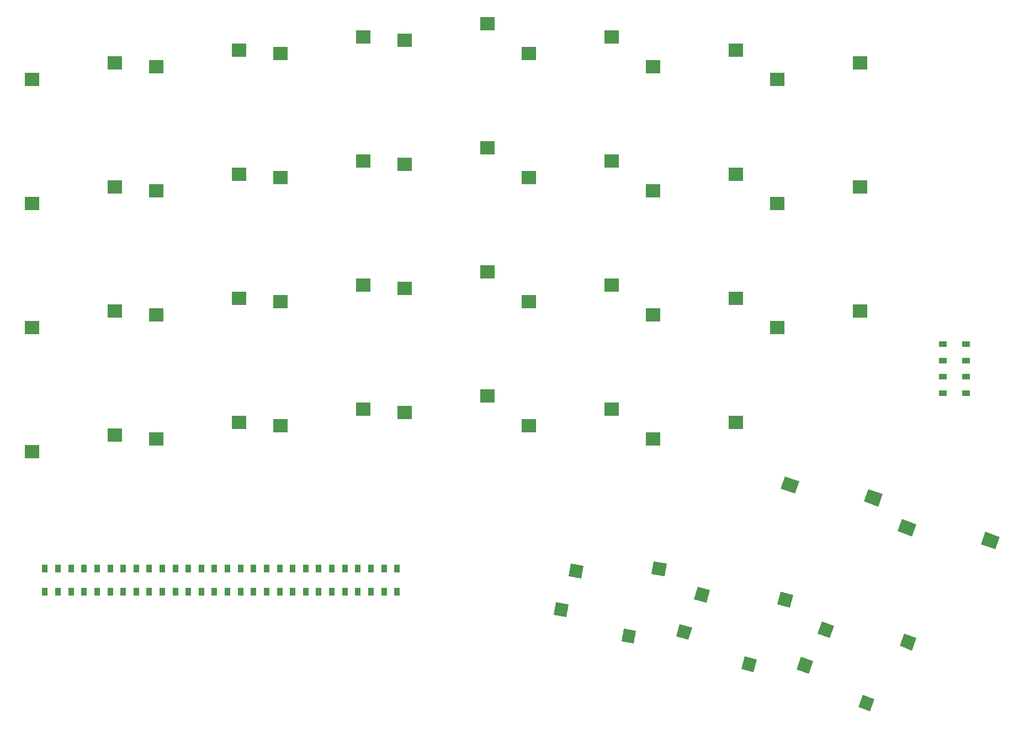
<source format=gbp>
%TF.GenerationSoftware,KiCad,Pcbnew,(5.1.6-0-10_14)*%
%TF.CreationDate,2020-07-06T11:25:28+02:00*%
%TF.ProjectId,splitkb,73706c69-746b-4622-9e6b-696361645f70,rev?*%
%TF.SameCoordinates,Original*%
%TF.FileFunction,Paste,Bot*%
%TF.FilePolarity,Positive*%
%FSLAX46Y46*%
G04 Gerber Fmt 4.6, Leading zero omitted, Abs format (unit mm)*
G04 Created by KiCad (PCBNEW (5.1.6-0-10_14)) date 2020-07-06 11:25:28*
%MOMM*%
%LPD*%
G01*
G04 APERTURE LIST*
%ADD10R,2.300000X2.000000*%
%ADD11C,0.100000*%
%ADD12R,0.950000X1.300000*%
%ADD13R,1.300000X0.950000*%
G04 APERTURE END LIST*
D10*
%TO.C,SW9*%
X91800000Y-43830000D03*
X79100000Y-46370000D03*
%TD*%
%TO.C,SW30*%
X155300000Y-88470000D03*
X168000000Y-85930000D03*
%TD*%
%TO.C,SW2*%
X53700000Y-66880000D03*
X41000000Y-69420000D03*
%TD*%
D11*
%TO.C,SW17*%
G36*
X123349015Y-130926078D02*
G01*
X123001719Y-132895694D01*
X121032103Y-132548398D01*
X121379399Y-130578782D01*
X123349015Y-130926078D01*
G37*
G36*
X133652153Y-134976739D02*
G01*
X133304856Y-136946355D01*
X131433721Y-136616423D01*
X131781018Y-134646807D01*
X133652153Y-134976739D01*
G37*
G36*
X125614349Y-124989256D02*
G01*
X125267053Y-126958872D01*
X123297437Y-126611576D01*
X123644733Y-124641960D01*
X125614349Y-124989256D01*
G37*
G36*
X138365512Y-124658446D02*
G01*
X138018216Y-126628062D01*
X136048600Y-126280766D01*
X136395896Y-124311150D01*
X138365512Y-124658446D01*
G37*
%TD*%
D12*
%TO.C,D1*%
X43000000Y-129000000D03*
X43000000Y-125450000D03*
%TD*%
%TO.C,D2*%
X45000000Y-125450000D03*
X45000000Y-129000000D03*
%TD*%
%TO.C,D3*%
X47000000Y-129000000D03*
X47000000Y-125450000D03*
%TD*%
%TO.C,D4*%
X49000000Y-129000000D03*
X49000000Y-125450000D03*
%TD*%
%TO.C,D5*%
X51000000Y-125450000D03*
X51000000Y-129000000D03*
%TD*%
%TO.C,D6*%
X53000000Y-129000000D03*
X53000000Y-125450000D03*
%TD*%
%TO.C,D7*%
X55000000Y-129000000D03*
X55000000Y-125450000D03*
%TD*%
%TO.C,D8*%
X57000000Y-125450000D03*
X57000000Y-129000000D03*
%TD*%
%TO.C,D9*%
X59000000Y-125450000D03*
X59000000Y-129000000D03*
%TD*%
%TO.C,D10*%
X61000000Y-129000000D03*
X61000000Y-125450000D03*
%TD*%
%TO.C,D11*%
X63000000Y-125450000D03*
X63000000Y-129000000D03*
%TD*%
%TO.C,D12*%
X65000000Y-129000000D03*
X65000000Y-125450000D03*
%TD*%
%TO.C,D13*%
X67000000Y-125450000D03*
X67000000Y-129000000D03*
%TD*%
%TO.C,D14*%
X69000000Y-129000000D03*
X69000000Y-125450000D03*
%TD*%
%TO.C,D15*%
X71000000Y-129000000D03*
X71000000Y-125450000D03*
%TD*%
%TO.C,D16*%
X73000000Y-125450000D03*
X73000000Y-129000000D03*
%TD*%
D13*
%TO.C,D17*%
X184275000Y-98500000D03*
X180725000Y-98500000D03*
%TD*%
D12*
%TO.C,D18*%
X75000000Y-125450000D03*
X75000000Y-129000000D03*
%TD*%
%TO.C,D19*%
X77000000Y-129000000D03*
X77000000Y-125450000D03*
%TD*%
%TO.C,D20*%
X79000000Y-125450000D03*
X79000000Y-129000000D03*
%TD*%
%TO.C,D21*%
X81000000Y-129000000D03*
X81000000Y-125450000D03*
%TD*%
D13*
%TO.C,D22*%
X184275000Y-96000000D03*
X180725000Y-96000000D03*
%TD*%
D12*
%TO.C,D23*%
X83000000Y-129000000D03*
X83000000Y-125450000D03*
%TD*%
%TO.C,D24*%
X85000000Y-125450000D03*
X85000000Y-129000000D03*
%TD*%
%TO.C,D25*%
X87000000Y-129000000D03*
X87000000Y-125450000D03*
%TD*%
%TO.C,D26*%
X89000000Y-125450000D03*
X89000000Y-129000000D03*
%TD*%
D13*
%TO.C,D27*%
X180725000Y-93500000D03*
X184275000Y-93500000D03*
%TD*%
D12*
%TO.C,D28*%
X91000000Y-129000000D03*
X91000000Y-125450000D03*
%TD*%
%TO.C,D29*%
X93000000Y-125450000D03*
X93000000Y-129000000D03*
%TD*%
%TO.C,D30*%
X95000000Y-125450000D03*
X95000000Y-129000000D03*
%TD*%
%TO.C,D31*%
X97000000Y-129000000D03*
X97000000Y-125450000D03*
%TD*%
D13*
%TO.C,D32*%
X184275000Y-91000000D03*
X180725000Y-91000000D03*
%TD*%
D11*
%TO.C,SW22*%
G36*
X157748730Y-129535376D02*
G01*
X157231092Y-131467228D01*
X155299240Y-130949590D01*
X155816878Y-129017738D01*
X157748730Y-129535376D01*
G37*
G36*
X145017257Y-128753590D02*
G01*
X144499619Y-130685442D01*
X142567767Y-130167804D01*
X143085405Y-128235952D01*
X145017257Y-128753590D01*
G37*
G36*
X152154009Y-139403608D02*
G01*
X151636370Y-141335460D01*
X149801111Y-140843704D01*
X150318750Y-138911852D01*
X152154009Y-139403608D01*
G37*
G36*
X142243115Y-134470384D02*
G01*
X141725477Y-136402236D01*
X139793625Y-135884598D01*
X140311263Y-133952746D01*
X142243115Y-134470384D01*
G37*
%TD*%
%TO.C,SW27*%
G36*
X160804728Y-139708828D02*
G01*
X160120687Y-141588213D01*
X158241302Y-140904172D01*
X158925343Y-139024787D01*
X160804728Y-139708828D01*
G37*
G36*
X170247948Y-145487070D02*
G01*
X169563908Y-147366455D01*
X167778492Y-146716616D01*
X168462532Y-144837231D01*
X170247948Y-145487070D01*
G37*
G36*
X164066565Y-134255570D02*
G01*
X163382524Y-136134955D01*
X161503139Y-135450914D01*
X162187180Y-133571529D01*
X164066565Y-134255570D01*
G37*
G36*
X176681454Y-136144002D02*
G01*
X175997413Y-138023387D01*
X174118028Y-137339346D01*
X174802069Y-135459961D01*
X176681454Y-136144002D01*
G37*
%TD*%
D10*
%TO.C,SW1*%
X53700000Y-47830000D03*
X41000000Y-50370000D03*
%TD*%
%TO.C,SW3*%
X53700000Y-85930000D03*
X41000000Y-88470000D03*
%TD*%
%TO.C,SW4*%
X41000000Y-107520000D03*
X53700000Y-104980000D03*
%TD*%
%TO.C,SW5*%
X60050000Y-48370000D03*
X72750000Y-45830000D03*
%TD*%
%TO.C,SW6*%
X60050000Y-67420000D03*
X72750000Y-64880000D03*
%TD*%
%TO.C,SW7*%
X72750000Y-83930000D03*
X60050000Y-86470000D03*
%TD*%
%TO.C,SW8*%
X72750000Y-102980000D03*
X60050000Y-105520000D03*
%TD*%
%TO.C,SW10*%
X91800000Y-62880000D03*
X79100000Y-65420000D03*
%TD*%
%TO.C,SW11*%
X79100000Y-84470000D03*
X91800000Y-81930000D03*
%TD*%
%TO.C,SW12*%
X79100000Y-103520000D03*
X91800000Y-100980000D03*
%TD*%
%TO.C,SW13*%
X98150000Y-44370000D03*
X110850000Y-41830000D03*
%TD*%
%TO.C,SW14*%
X98150000Y-63420000D03*
X110850000Y-60880000D03*
%TD*%
%TO.C,SW15*%
X98150000Y-82470000D03*
X110850000Y-79930000D03*
%TD*%
%TO.C,SW16*%
X98150000Y-101520000D03*
X110850000Y-98980000D03*
%TD*%
%TO.C,SW18*%
X129900000Y-43830000D03*
X117200000Y-46370000D03*
%TD*%
%TO.C,SW19*%
X117200000Y-65420000D03*
X129900000Y-62880000D03*
%TD*%
%TO.C,SW20*%
X129900000Y-81930000D03*
X117200000Y-84470000D03*
%TD*%
%TO.C,SW21*%
X117200000Y-103520000D03*
X129900000Y-100980000D03*
%TD*%
%TO.C,SW23*%
X148950000Y-45830000D03*
X136250000Y-48370000D03*
%TD*%
%TO.C,SW24*%
X148950000Y-64880000D03*
X136250000Y-67420000D03*
%TD*%
%TO.C,SW25*%
X148950000Y-83930000D03*
X136250000Y-86470000D03*
%TD*%
%TO.C,SW26*%
X148950000Y-102980000D03*
X136250000Y-105520000D03*
%TD*%
%TO.C,SW28*%
X168000000Y-47830000D03*
X155300000Y-50370000D03*
%TD*%
%TO.C,SW29*%
X155300000Y-69420000D03*
X168000000Y-66880000D03*
%TD*%
D11*
%TO.C,SW31*%
G36*
X158677231Y-112085083D02*
G01*
X157993190Y-113964468D01*
X155831897Y-113177821D01*
X156515938Y-111298436D01*
X158677231Y-112085083D01*
G37*
G36*
X171480058Y-114041920D02*
G01*
X170796017Y-115921305D01*
X168634724Y-115134658D01*
X169318765Y-113255273D01*
X171480058Y-114041920D01*
G37*
%TD*%
%TO.C,SW32*%
G36*
X176627231Y-118635083D02*
G01*
X175943190Y-120514468D01*
X173781897Y-119727821D01*
X174465938Y-117848436D01*
X176627231Y-118635083D01*
G37*
G36*
X189430058Y-120591920D02*
G01*
X188746017Y-122471305D01*
X186584724Y-121684658D01*
X187268765Y-119805273D01*
X189430058Y-120591920D01*
G37*
%TD*%
M02*

</source>
